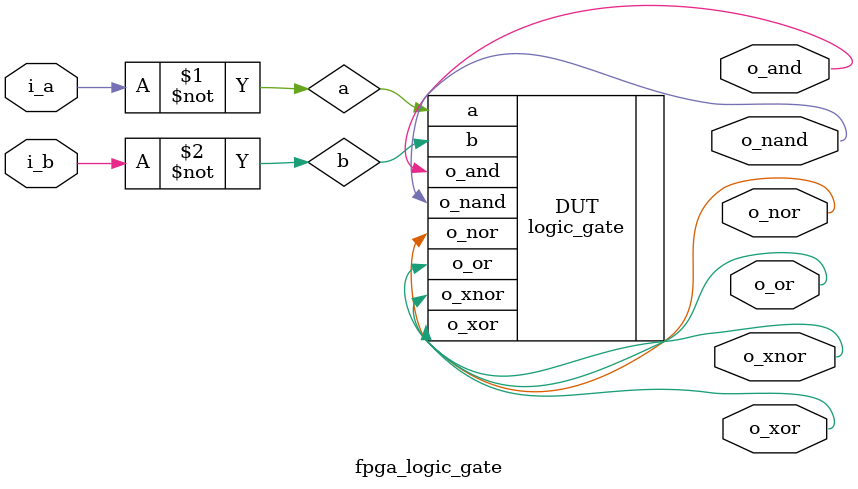
<source format=v>
`timescale 1ns / 1ps


module fpga_logic_gate(
    input wire i_a,
    input wire i_b,

    output wire o_and,
    output wire o_or,
    output wire o_xor,
    output wire o_xnor,
    output wire o_nand,
    output wire o_nor

    );
    // The hat works pull-up re
    wire a = ~i_a;
    wire b = ~i_b;

    logic_gate DUT (
        .a (a),
        .b (b),

        .o_and (o_and),
        .o_or (o_or),
        .o_xor (o_xor),
        .o_xnor (o_xnor),
        .o_nand (o_nand),
        .o_nor (o_nor)
    );
endmodule

</source>
